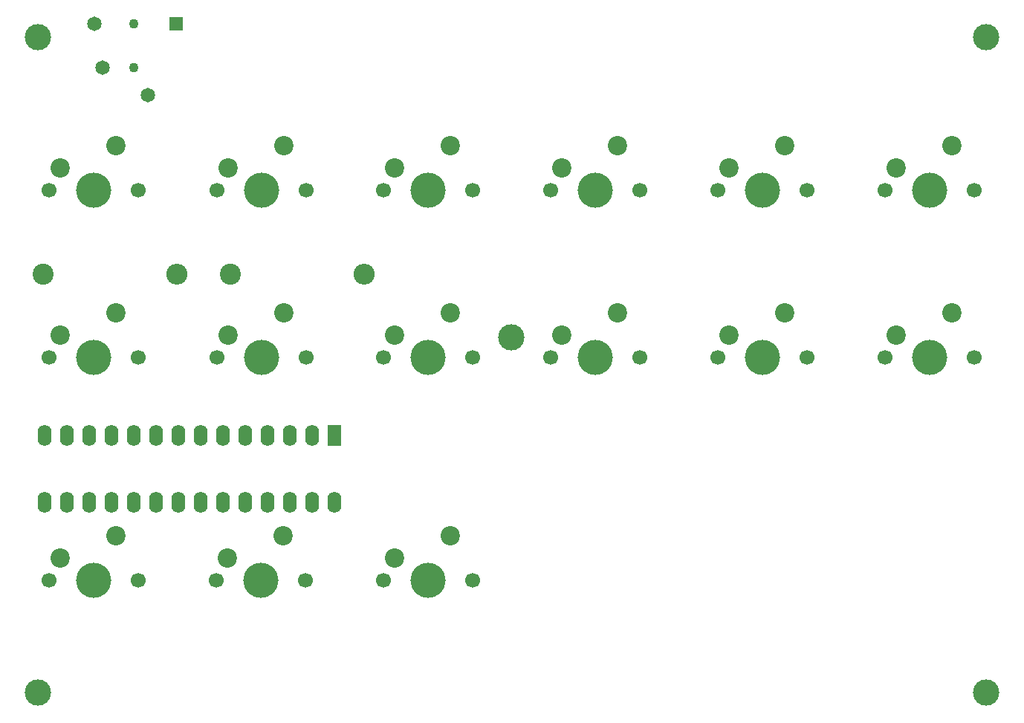
<source format=gbr>
G04 #@! TF.FileFunction,Soldermask,Bot*
%FSLAX46Y46*%
G04 Gerber Fmt 4.6, Leading zero omitted, Abs format (unit mm)*
G04 Created by KiCad (PCBNEW 4.0.7) date 03/10/21 14:30:36*
%MOMM*%
%LPD*%
G01*
G04 APERTURE LIST*
%ADD10C,0.100000*%
%ADD11C,3.000000*%
%ADD12C,2.200000*%
%ADD13C,4.000000*%
%ADD14C,1.700000*%
%ADD15R,1.600000X2.400000*%
%ADD16O,1.600000X2.400000*%
%ADD17C,2.400000*%
%ADD18O,2.400000X2.400000*%
%ADD19R,1.650000X1.650000*%
%ADD20C,1.650000*%
%ADD21C,1.100000*%
G04 APERTURE END LIST*
D10*
D11*
X61341000Y-119888000D03*
X169418000Y-119888000D03*
X61332000Y-45180500D03*
X115316000Y-79375000D03*
D12*
X70231000Y-101981000D03*
X63881000Y-104521000D03*
D13*
X67691000Y-107061000D03*
D14*
X62611000Y-107061000D03*
X72771000Y-107061000D03*
D12*
X89281000Y-101981000D03*
X82931000Y-104521000D03*
D13*
X86741000Y-107061000D03*
D14*
X81661000Y-107061000D03*
X91821000Y-107061000D03*
D12*
X70297040Y-57556400D03*
X63947040Y-60096400D03*
D13*
X67757040Y-62636400D03*
D14*
X62677040Y-62636400D03*
X72837040Y-62636400D03*
D12*
X70271640Y-76611480D03*
X63921640Y-79151480D03*
D13*
X67731640Y-81691480D03*
D14*
X62651640Y-81691480D03*
X72811640Y-81691480D03*
D12*
X108331000Y-101981000D03*
X101981000Y-104521000D03*
D13*
X105791000Y-107061000D03*
D14*
X100711000Y-107061000D03*
X110871000Y-107061000D03*
D12*
X89363250Y-57555500D03*
X83013250Y-60095500D03*
D13*
X86823250Y-62635500D03*
D14*
X81743250Y-62635500D03*
X91903250Y-62635500D03*
D12*
X89363250Y-76586750D03*
X83013250Y-79126750D03*
D13*
X86823250Y-81666750D03*
D14*
X81743250Y-81666750D03*
X91903250Y-81666750D03*
D12*
X108394500Y-57555500D03*
X102044500Y-60095500D03*
D13*
X105854500Y-62635500D03*
D14*
X100774500Y-62635500D03*
X110934500Y-62635500D03*
D12*
X127425750Y-76586750D03*
X121075750Y-79126750D03*
D13*
X124885750Y-81666750D03*
D14*
X119805750Y-81666750D03*
X129965750Y-81666750D03*
D15*
X95175750Y-90555500D03*
D16*
X62155750Y-98175500D03*
X92635750Y-90555500D03*
X64695750Y-98175500D03*
X90095750Y-90555500D03*
X67235750Y-98175500D03*
X87555750Y-90555500D03*
X69775750Y-98175500D03*
X85015750Y-90555500D03*
X72315750Y-98175500D03*
X82475750Y-90555500D03*
X74855750Y-98175500D03*
X79935750Y-90555500D03*
X77395750Y-98175500D03*
X77395750Y-90555500D03*
X79935750Y-98175500D03*
X74855750Y-90555500D03*
X82475750Y-98175500D03*
X72315750Y-90555500D03*
X85015750Y-98175500D03*
X69775750Y-90555500D03*
X87555750Y-98175500D03*
X67235750Y-90555500D03*
X90095750Y-98175500D03*
X64695750Y-90555500D03*
X92635750Y-98175500D03*
X62155750Y-90555500D03*
X95175750Y-98175500D03*
D11*
X169425750Y-45180500D03*
D17*
X83269500Y-72180500D03*
D18*
X98509500Y-72180500D03*
D17*
X61988250Y-72180500D03*
D18*
X77228250Y-72180500D03*
D19*
X77100750Y-43705500D03*
D20*
X68700750Y-48705500D03*
X73900750Y-51805500D03*
X67800750Y-43705500D03*
D21*
X72300750Y-43705500D03*
X72300750Y-48705500D03*
D12*
X127425750Y-57555500D03*
X121075750Y-60095500D03*
D13*
X124885750Y-62635500D03*
D14*
X119805750Y-62635500D03*
X129965750Y-62635500D03*
D12*
X108394500Y-76586750D03*
X102044500Y-79126750D03*
D13*
X105854500Y-81666750D03*
D14*
X100774500Y-81666750D03*
X110934500Y-81666750D03*
D12*
X165488250Y-57555500D03*
X159138250Y-60095500D03*
D13*
X162948250Y-62635500D03*
D14*
X157868250Y-62635500D03*
X168028250Y-62635500D03*
D12*
X165488250Y-76586750D03*
X159138250Y-79126750D03*
D13*
X162948250Y-81666750D03*
D14*
X157868250Y-81666750D03*
X168028250Y-81666750D03*
D12*
X146457000Y-57555500D03*
X140107000Y-60095500D03*
D13*
X143917000Y-62635500D03*
D14*
X138837000Y-62635500D03*
X148997000Y-62635500D03*
D12*
X146457000Y-76586750D03*
X140107000Y-79126750D03*
D13*
X143917000Y-81666750D03*
D14*
X138837000Y-81666750D03*
X148997000Y-81666750D03*
M02*

</source>
